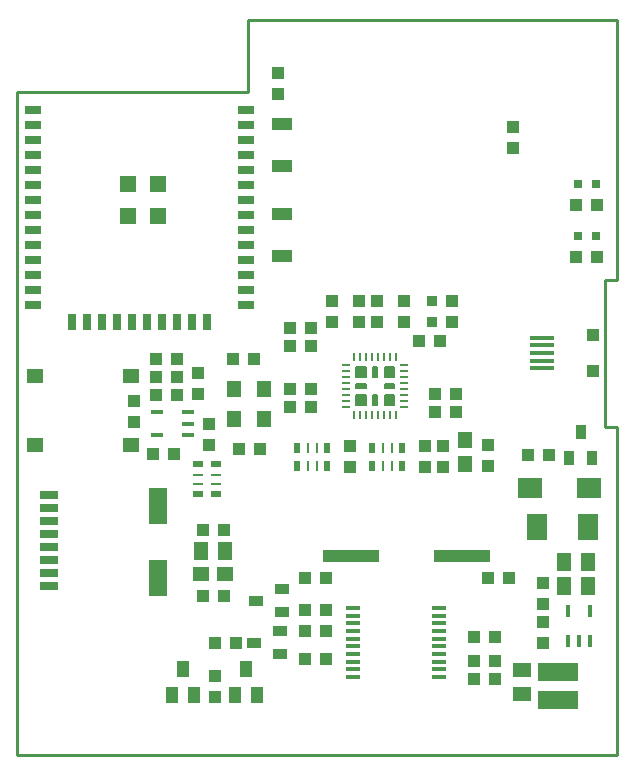
<source format=gbr>
G04 #@! TF.GenerationSoftware,KiCad,Pcbnew,no-vcs-found-097f89d~58~ubuntu14.04.1*
G04 #@! TF.CreationDate,2017-05-03T15:29:04+03:00*
G04 #@! TF.ProjectId,ESP32-GATEWAY_Rev_A,45535033322D474154455741595F5265,B*
G04 #@! TF.FileFunction,Paste,Top*
G04 #@! TF.FilePolarity,Positive*
%FSLAX46Y46*%
G04 Gerber Fmt 4.6, Leading zero omitted, Abs format (unit mm)*
G04 Created by KiCad (PCBNEW no-vcs-found-097f89d~58~ubuntu14.04.1) date Wed May  3 15:29:04 2017*
%MOMM*%
%LPD*%
G01*
G04 APERTURE LIST*
%ADD10C,0.100000*%
%ADD11C,0.254000*%
%ADD12C,0.200000*%
%ADD13R,1.270000X0.325000*%
%ADD14R,0.230000X0.780000*%
%ADD15R,0.780000X0.230000*%
%ADD16R,0.914400X0.914400*%
%ADD17R,1.435000X0.635000*%
%ADD18R,0.635000X1.435000*%
%ADD19R,1.400000X1.400000*%
%ADD20R,1.500000X3.100000*%
%ADD21R,1.500000X0.800000*%
%ADD22R,1.524000X1.270000*%
%ADD23R,1.016000X1.016000*%
%ADD24R,1.270000X1.524000*%
%ADD25R,1.200000X1.400000*%
%ADD26R,1.778000X2.286000*%
%ADD27R,3.398400X1.498400*%
%ADD28R,1.168400X1.422400*%
%ADD29R,1.422400X1.168400*%
%ADD30R,0.800000X0.800000*%
%ADD31R,0.914400X0.279400*%
%ADD32R,0.914400X0.533400*%
%ADD33R,0.279400X0.914400*%
%ADD34R,0.533400X0.914400*%
%ADD35R,0.448400X1.098400*%
%ADD36R,1.778000X1.016000*%
%ADD37R,2.000000X1.700000*%
%ADD38R,0.898400X1.298400*%
%ADD39R,4.724400X0.998400*%
%ADD40R,1.298400X0.898400*%
%ADD41R,1.098400X0.448400*%
%ADD42R,1.000000X1.400000*%
%ADD43R,1.000000X1.100000*%
%ADD44R,2.150000X0.325000*%
G04 APERTURE END LIST*
D10*
D11*
X120396000Y-101473000D02*
X120396000Y-129286000D01*
X119380000Y-101473000D02*
X120396000Y-101473000D01*
X119380000Y-89027000D02*
X119380000Y-101473000D01*
X120396000Y-89027000D02*
X119380000Y-89027000D01*
X120396000Y-67056000D02*
X120396000Y-89027000D01*
X120396000Y-67056000D02*
X89154000Y-67056000D01*
X69596000Y-129286000D02*
X120396000Y-129286000D01*
X69596000Y-73152000D02*
X69596000Y-129286000D01*
X89154000Y-73152000D02*
X89154000Y-67056000D01*
X69596000Y-73152000D02*
X89154000Y-73152000D01*
D12*
X101549000Y-97244000D02*
X101549000Y-96444000D01*
X100749000Y-97244000D02*
X101549000Y-97244000D01*
X100749000Y-96444000D02*
X100749000Y-97244000D01*
X101549000Y-96444000D02*
X100749000Y-96444000D01*
X101549000Y-96544000D02*
X100749000Y-96544000D01*
X101549000Y-96644000D02*
X100749000Y-96644000D01*
X101549000Y-96744000D02*
X100749000Y-96744000D01*
X101549000Y-96844000D02*
X100749000Y-96844000D01*
X101549000Y-96944000D02*
X100749000Y-96944000D01*
X101549000Y-97044000D02*
X100749000Y-97044000D01*
X101549000Y-97144000D02*
X100749000Y-97144000D01*
X99149000Y-97144000D02*
X98349000Y-97144000D01*
X99149000Y-97044000D02*
X98349000Y-97044000D01*
X99149000Y-96944000D02*
X98349000Y-96944000D01*
X99149000Y-96844000D02*
X98349000Y-96844000D01*
X99149000Y-96744000D02*
X98349000Y-96744000D01*
X99149000Y-96644000D02*
X98349000Y-96644000D01*
X99149000Y-96544000D02*
X98349000Y-96544000D01*
X99149000Y-96444000D02*
X98349000Y-96444000D01*
X98349000Y-96444000D02*
X98349000Y-97244000D01*
X98349000Y-97244000D02*
X99149000Y-97244000D01*
X99149000Y-97244000D02*
X99149000Y-96444000D01*
X101549000Y-99544000D02*
X100749000Y-99544000D01*
X101549000Y-99444000D02*
X100749000Y-99444000D01*
X101549000Y-99344000D02*
X100749000Y-99344000D01*
X101549000Y-99244000D02*
X100749000Y-99244000D01*
X101549000Y-99144000D02*
X100749000Y-99144000D01*
X101549000Y-99044000D02*
X100749000Y-99044000D01*
X101549000Y-98944000D02*
X100749000Y-98944000D01*
X101549000Y-98844000D02*
X100749000Y-98844000D01*
X100749000Y-98844000D02*
X100749000Y-99644000D01*
X100749000Y-99644000D02*
X101549000Y-99644000D01*
X101549000Y-99644000D02*
X101549000Y-98844000D01*
X99149000Y-99644000D02*
X99149000Y-98844000D01*
X98349000Y-99644000D02*
X99149000Y-99644000D01*
X98349000Y-98844000D02*
X98349000Y-99644000D01*
X99149000Y-98844000D02*
X98349000Y-98844000D01*
X99149000Y-98944000D02*
X98349000Y-98944000D01*
X99149000Y-99044000D02*
X98349000Y-99044000D01*
X99149000Y-99144000D02*
X98349000Y-99144000D01*
X99149000Y-99244000D02*
X98349000Y-99244000D01*
X99149000Y-99344000D02*
X98349000Y-99344000D01*
X99149000Y-99444000D02*
X98349000Y-99444000D01*
X99149000Y-99544000D02*
X98349000Y-99544000D01*
X99749000Y-96444000D02*
X100149000Y-96444000D01*
X99749000Y-97244000D02*
X99749000Y-96444000D01*
X100149000Y-97244000D02*
X99749000Y-97244000D01*
X100149000Y-96444000D02*
X100149000Y-97244000D01*
X100049000Y-96444000D02*
X100049000Y-97244000D01*
X99949000Y-96444000D02*
X99949000Y-97244000D01*
X99849000Y-96444000D02*
X99849000Y-97244000D01*
X99849000Y-98844000D02*
X99849000Y-99644000D01*
X99949000Y-98844000D02*
X99949000Y-99644000D01*
X100049000Y-98844000D02*
X100049000Y-99644000D01*
X100149000Y-98844000D02*
X100149000Y-99644000D01*
X100149000Y-99644000D02*
X99749000Y-99644000D01*
X99749000Y-99644000D02*
X99749000Y-98844000D01*
X99749000Y-98844000D02*
X100149000Y-98844000D01*
X101549000Y-98244000D02*
X101549000Y-97844000D01*
X100749000Y-98244000D02*
X101549000Y-98244000D01*
X100749000Y-97844000D02*
X100749000Y-98244000D01*
X101549000Y-97844000D02*
X100749000Y-97844000D01*
X101549000Y-97944000D02*
X100749000Y-97944000D01*
X100749000Y-98044000D02*
X101549000Y-98044000D01*
X101549000Y-98144000D02*
X100749000Y-98144000D01*
X99149000Y-98144000D02*
X98349000Y-98144000D01*
X98349000Y-98044000D02*
X99149000Y-98044000D01*
X99149000Y-97944000D02*
X98349000Y-97944000D01*
X99149000Y-97844000D02*
X98349000Y-97844000D01*
X98349000Y-97844000D02*
X98349000Y-98244000D01*
X98349000Y-98244000D02*
X99149000Y-98244000D01*
X99149000Y-98244000D02*
X99149000Y-97844000D01*
D13*
X105346500Y-122686000D03*
X105346500Y-122036000D03*
X105346500Y-121386000D03*
X105346500Y-120736000D03*
X105346500Y-120086000D03*
X105346500Y-119436000D03*
X105346500Y-118786000D03*
X105346500Y-118136000D03*
X105346500Y-117486000D03*
X105346500Y-116836000D03*
X98107500Y-116836000D03*
X98107500Y-117486000D03*
X98107500Y-118136000D03*
X98107500Y-118786000D03*
X98107500Y-119436000D03*
X98107500Y-120086000D03*
X98107500Y-120736000D03*
X98107500Y-121386000D03*
X98107500Y-122036000D03*
X98107500Y-122686000D03*
D14*
X98199000Y-95594000D03*
X98699000Y-95594000D03*
X99199000Y-95594000D03*
X99699000Y-95594000D03*
X100199000Y-95594000D03*
X100699000Y-95594000D03*
X101199000Y-95594000D03*
X101699000Y-95594000D03*
D15*
X102399000Y-96294000D03*
X102399000Y-96794000D03*
X102399000Y-97294000D03*
X102399000Y-97794000D03*
X102399000Y-98294000D03*
X102399000Y-98794000D03*
X102399000Y-99294000D03*
X102399000Y-99794000D03*
D14*
X101699000Y-100494000D03*
X101199000Y-100494000D03*
X100699000Y-100494000D03*
X100199000Y-100494000D03*
X99699000Y-100494000D03*
X99199000Y-100494000D03*
X98699000Y-100494000D03*
X98199000Y-100494000D03*
D15*
X97499000Y-99794000D03*
X97499000Y-99294000D03*
X97499000Y-98794000D03*
X97499000Y-98294000D03*
X97499000Y-97794000D03*
X97499000Y-97294000D03*
X97499000Y-96794000D03*
X97499000Y-96294000D03*
D16*
X104775000Y-92583000D03*
X104775000Y-90805000D03*
D17*
X89010000Y-74673000D03*
X89010000Y-75943000D03*
X89010000Y-77213000D03*
X89010000Y-78483000D03*
X89010000Y-79753000D03*
X89010000Y-81023000D03*
X89010000Y-82293000D03*
X89010000Y-83563000D03*
X89010000Y-84833000D03*
X89010000Y-86103000D03*
X89010000Y-87373000D03*
X89010000Y-88643000D03*
X89010000Y-89913000D03*
X89010000Y-91183000D03*
D18*
X85740000Y-92633000D03*
X84470000Y-92633000D03*
X83200000Y-92633000D03*
X81930000Y-92633000D03*
X80660000Y-92633000D03*
X79390000Y-92633000D03*
X78120000Y-92633000D03*
X76850000Y-92633000D03*
X75580000Y-92633000D03*
X74310000Y-92633000D03*
D17*
X71010000Y-91143000D03*
X71010000Y-89873000D03*
X71010000Y-88603000D03*
X71010000Y-87333000D03*
X71010000Y-86063000D03*
X71010000Y-84793000D03*
X71010000Y-83523000D03*
X71010000Y-82253000D03*
X71010000Y-80983000D03*
X71010000Y-79713000D03*
X71010000Y-78443000D03*
X71010000Y-77173000D03*
X71010000Y-75903000D03*
X71010000Y-74633000D03*
D19*
X79011000Y-80949000D03*
X81551000Y-80949000D03*
X79036400Y-83616000D03*
X81576400Y-83616000D03*
D20*
X81577000Y-114275000D03*
X81577000Y-108215000D03*
D21*
X72327000Y-107275000D03*
X72327000Y-108375000D03*
X72327000Y-109475000D03*
X72327000Y-110575000D03*
X72327000Y-111675000D03*
X72327000Y-112775000D03*
X72327000Y-113875000D03*
X72327000Y-114975000D03*
D22*
X112395000Y-122047000D03*
X112395000Y-124079000D03*
D23*
X105664000Y-104902000D03*
X105664000Y-103124000D03*
X104140000Y-104902000D03*
X104140000Y-103124000D03*
D24*
X85217000Y-112014000D03*
X87249000Y-112014000D03*
D23*
X106426000Y-92583000D03*
X106426000Y-90805000D03*
X109474000Y-104775000D03*
X109474000Y-102997000D03*
X97790000Y-104902000D03*
X97790000Y-103124000D03*
X103632000Y-94234000D03*
X105410000Y-94234000D03*
X94488000Y-94615000D03*
X92710000Y-94615000D03*
X94488000Y-99822000D03*
X92710000Y-99822000D03*
X92710000Y-98298000D03*
X94488000Y-98298000D03*
X105029000Y-98679000D03*
X106807000Y-98679000D03*
D25*
X90551000Y-100838000D03*
X90551000Y-98298000D03*
X88011000Y-98298000D03*
X88011000Y-100838000D03*
D26*
X113647000Y-109982000D03*
X118001000Y-109982000D03*
D27*
X115443000Y-124644000D03*
X115443000Y-122244000D03*
D28*
X107569000Y-104648000D03*
X107569000Y-102616000D03*
D29*
X85217000Y-113919000D03*
X87249000Y-113919000D03*
D30*
X117094000Y-85344000D03*
X118618000Y-85344000D03*
D23*
X83185000Y-95758000D03*
X81407000Y-95758000D03*
X82931000Y-103759000D03*
X81153000Y-103759000D03*
X85852000Y-102997000D03*
X85852000Y-101219000D03*
X91694000Y-71501000D03*
X91694000Y-73279000D03*
X111633000Y-77851000D03*
X111633000Y-76073000D03*
X98552000Y-90805000D03*
X98552000Y-92583000D03*
X85344000Y-115824000D03*
X87122000Y-115824000D03*
X96266000Y-92583000D03*
X96266000Y-90805000D03*
X102362000Y-90805000D03*
X102362000Y-92583000D03*
X100076000Y-92583000D03*
X100076000Y-90805000D03*
X90170000Y-103378000D03*
X88392000Y-103378000D03*
X110109000Y-122809000D03*
X108331000Y-122809000D03*
X87884000Y-95758000D03*
X89662000Y-95758000D03*
X106807000Y-100203000D03*
X105029000Y-100203000D03*
X94488000Y-93091000D03*
X92710000Y-93091000D03*
X110109000Y-121285000D03*
X108331000Y-121285000D03*
X95758000Y-116967000D03*
X93980000Y-116967000D03*
D31*
X84963000Y-106299000D03*
X84963000Y-105537000D03*
X86487000Y-106299000D03*
X86487000Y-105537000D03*
D32*
X84963000Y-107188000D03*
X86487000Y-107188000D03*
X84963000Y-104648000D03*
X86487000Y-104648000D03*
D33*
X94996000Y-104775000D03*
X94234000Y-104775000D03*
X94996000Y-103251000D03*
X94234000Y-103251000D03*
D34*
X95885000Y-104775000D03*
X95885000Y-103251000D03*
X93345000Y-104775000D03*
X93345000Y-103251000D03*
X102235000Y-104775000D03*
X102235000Y-103251000D03*
X99695000Y-104775000D03*
X99695000Y-103251000D03*
D33*
X101346000Y-104775000D03*
X100584000Y-104775000D03*
X101346000Y-103251000D03*
X100584000Y-103251000D03*
D35*
X118171000Y-117064000D03*
X116271000Y-117064000D03*
X118171000Y-119664000D03*
X117221000Y-119664000D03*
X116271000Y-119664000D03*
D23*
X85344000Y-110236000D03*
X87122000Y-110236000D03*
D29*
X71120000Y-97155000D03*
X79248000Y-97155000D03*
X71120000Y-102997000D03*
X79248000Y-102997000D03*
D36*
X92075000Y-86995000D03*
X92075000Y-83439000D03*
X92075000Y-79375000D03*
X92075000Y-75819000D03*
D23*
X93980000Y-114300000D03*
X95758000Y-114300000D03*
X109474000Y-114300000D03*
X111252000Y-114300000D03*
X93980000Y-121158000D03*
X95758000Y-121158000D03*
X108331000Y-119253000D03*
X110109000Y-119253000D03*
X79502000Y-101092000D03*
X79502000Y-99314000D03*
D37*
X113070000Y-106680000D03*
X118070000Y-106680000D03*
D38*
X117345460Y-101894640D03*
X118300500Y-104104440D03*
X116398040Y-104104440D03*
D39*
X97917000Y-112395000D03*
X107315000Y-112395000D03*
D40*
X89829640Y-116207540D03*
X92039440Y-115252500D03*
X92039440Y-117154960D03*
X89702640Y-119763540D03*
X91912440Y-118808500D03*
X91912440Y-120710960D03*
D23*
X114681000Y-103886000D03*
X112903000Y-103886000D03*
X93980000Y-118745000D03*
X95758000Y-118745000D03*
X83185000Y-97282000D03*
X81407000Y-97282000D03*
X81407000Y-98806000D03*
X83185000Y-98806000D03*
X84963000Y-98679000D03*
X84963000Y-96901000D03*
X116967000Y-87122000D03*
X118745000Y-87122000D03*
X114173000Y-119761000D03*
X114173000Y-117983000D03*
X114173000Y-114681000D03*
X114173000Y-116459000D03*
D24*
X117983000Y-112903000D03*
X115951000Y-112903000D03*
X115951000Y-114935000D03*
X117983000Y-114935000D03*
D23*
X86360000Y-119761000D03*
X88138000Y-119761000D03*
D41*
X81504000Y-100269000D03*
X81504000Y-102169000D03*
X84104000Y-100269000D03*
X84104000Y-101219000D03*
X84104000Y-102169000D03*
D42*
X88077000Y-124163000D03*
X89977000Y-124163000D03*
X89027000Y-121963000D03*
X82743000Y-124163000D03*
X84643000Y-124163000D03*
X83693000Y-121963000D03*
D23*
X86360000Y-122555000D03*
X86360000Y-124333000D03*
D43*
X118367000Y-93750000D03*
X118367000Y-96750000D03*
D44*
X114067000Y-93950000D03*
X114067000Y-94600000D03*
X114067000Y-95250000D03*
X114067000Y-95900000D03*
X114067000Y-96550000D03*
D30*
X117094000Y-80899000D03*
X118618000Y-80899000D03*
D23*
X116967000Y-82677000D03*
X118745000Y-82677000D03*
M02*

</source>
